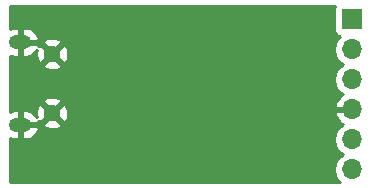
<source format=gbr>
G04 #@! TF.GenerationSoftware,KiCad,Pcbnew,(5.1.5)-3*
G04 #@! TF.CreationDate,2021-08-24T07:45:27-07:00*
G04 #@! TF.ProjectId,USB breakout,55534220-6272-4656-916b-6f75742e6b69,rev?*
G04 #@! TF.SameCoordinates,Original*
G04 #@! TF.FileFunction,Copper,L2,Bot*
G04 #@! TF.FilePolarity,Positive*
%FSLAX46Y46*%
G04 Gerber Fmt 4.6, Leading zero omitted, Abs format (unit mm)*
G04 Created by KiCad (PCBNEW (5.1.5)-3) date 2021-08-24 07:45:27*
%MOMM*%
%LPD*%
G04 APERTURE LIST*
%ADD10C,1.450000*%
%ADD11O,1.900000X1.200000*%
%ADD12R,1.700000X1.700000*%
%ADD13O,1.700000X1.700000*%
%ADD14C,0.800000*%
%ADD15C,0.254000*%
G04 APERTURE END LIST*
D10*
X104212500Y-88500000D03*
X104212500Y-93500000D03*
D11*
X101512500Y-87500000D03*
X101512500Y-94500000D03*
D12*
X129575001Y-85575001D03*
D13*
X129575001Y-88115001D03*
X129575001Y-90655001D03*
X129575001Y-93195001D03*
X129575001Y-95735001D03*
X129575001Y-98275001D03*
D14*
X124750000Y-90750000D03*
X113750000Y-86500000D03*
X116750000Y-86500000D03*
X119750000Y-86500000D03*
X123000000Y-97250000D03*
X105750000Y-93000000D03*
D15*
G36*
X128135499Y-84480821D02*
G01*
X128099189Y-84600519D01*
X128086929Y-84725001D01*
X128086929Y-86425001D01*
X128099189Y-86549483D01*
X128135499Y-86669181D01*
X128194464Y-86779495D01*
X128273816Y-86876186D01*
X128370507Y-86955538D01*
X128480821Y-87014503D01*
X128553381Y-87036514D01*
X128421526Y-87168369D01*
X128259011Y-87411590D01*
X128147069Y-87681843D01*
X128090001Y-87968741D01*
X128090001Y-88261261D01*
X128147069Y-88548159D01*
X128259011Y-88818412D01*
X128421526Y-89061633D01*
X128628369Y-89268476D01*
X128802761Y-89385001D01*
X128628369Y-89501526D01*
X128421526Y-89708369D01*
X128259011Y-89951590D01*
X128147069Y-90221843D01*
X128090001Y-90508741D01*
X128090001Y-90801261D01*
X128147069Y-91088159D01*
X128259011Y-91358412D01*
X128421526Y-91601633D01*
X128628369Y-91808476D01*
X128810535Y-91930196D01*
X128693646Y-91999823D01*
X128477413Y-92194732D01*
X128303360Y-92428081D01*
X128178176Y-92690902D01*
X128133525Y-92838111D01*
X128254846Y-93068001D01*
X129448001Y-93068001D01*
X129448001Y-93048001D01*
X129702001Y-93048001D01*
X129702001Y-93068001D01*
X129722001Y-93068001D01*
X129722001Y-93322001D01*
X129702001Y-93322001D01*
X129702001Y-93342001D01*
X129448001Y-93342001D01*
X129448001Y-93322001D01*
X128254846Y-93322001D01*
X128133525Y-93551891D01*
X128178176Y-93699100D01*
X128303360Y-93961921D01*
X128477413Y-94195270D01*
X128693646Y-94390179D01*
X128810535Y-94459806D01*
X128628369Y-94581526D01*
X128421526Y-94788369D01*
X128259011Y-95031590D01*
X128147069Y-95301843D01*
X128090001Y-95588741D01*
X128090001Y-95881261D01*
X128147069Y-96168159D01*
X128259011Y-96438412D01*
X128421526Y-96681633D01*
X128628369Y-96888476D01*
X128802761Y-97005001D01*
X128628369Y-97121526D01*
X128421526Y-97328369D01*
X128259011Y-97571590D01*
X128147069Y-97841843D01*
X128090001Y-98128741D01*
X128090001Y-98421261D01*
X128147069Y-98708159D01*
X128259011Y-98978412D01*
X128421526Y-99221633D01*
X128539893Y-99340000D01*
X100660000Y-99340000D01*
X100660000Y-95629053D01*
X100797004Y-95686493D01*
X101035500Y-95735000D01*
X101385500Y-95735000D01*
X101385500Y-94627000D01*
X101639500Y-94627000D01*
X101639500Y-95735000D01*
X101989500Y-95735000D01*
X102227996Y-95686493D01*
X102452446Y-95592390D01*
X102654225Y-95456307D01*
X102825578Y-95283474D01*
X102959921Y-95080533D01*
X103052091Y-94855282D01*
X103055962Y-94817609D01*
X102931231Y-94627000D01*
X101639500Y-94627000D01*
X101385500Y-94627000D01*
X101365500Y-94627000D01*
X101365500Y-94439133D01*
X103452972Y-94439133D01*
X103515465Y-94675450D01*
X103758178Y-94788850D01*
X104018349Y-94852719D01*
X104285982Y-94864604D01*
X104550791Y-94824048D01*
X104802600Y-94732609D01*
X104909535Y-94675450D01*
X104972028Y-94439133D01*
X104212500Y-93679605D01*
X103452972Y-94439133D01*
X101365500Y-94439133D01*
X101365500Y-94373000D01*
X101385500Y-94373000D01*
X101385500Y-93265000D01*
X101639500Y-93265000D01*
X101639500Y-94373000D01*
X102931231Y-94373000D01*
X103045003Y-94199138D01*
X103273367Y-94259528D01*
X104032895Y-93500000D01*
X104392105Y-93500000D01*
X105151633Y-94259528D01*
X105387950Y-94197035D01*
X105501350Y-93954322D01*
X105565219Y-93694151D01*
X105577104Y-93426518D01*
X105536548Y-93161709D01*
X105445109Y-92909900D01*
X105387950Y-92802965D01*
X105151633Y-92740472D01*
X104392105Y-93500000D01*
X104032895Y-93500000D01*
X103273367Y-92740472D01*
X103037050Y-92802965D01*
X102923650Y-93045678D01*
X102859781Y-93305849D01*
X102847896Y-93573482D01*
X102883115Y-93803442D01*
X102825578Y-93716526D01*
X102654225Y-93543693D01*
X102452446Y-93407610D01*
X102227996Y-93313507D01*
X101989500Y-93265000D01*
X101639500Y-93265000D01*
X101385500Y-93265000D01*
X101035500Y-93265000D01*
X100797004Y-93313507D01*
X100660000Y-93370947D01*
X100660000Y-92560867D01*
X103452972Y-92560867D01*
X104212500Y-93320395D01*
X104972028Y-92560867D01*
X104909535Y-92324550D01*
X104666822Y-92211150D01*
X104406651Y-92147281D01*
X104139018Y-92135396D01*
X103874209Y-92175952D01*
X103622400Y-92267391D01*
X103515465Y-92324550D01*
X103452972Y-92560867D01*
X100660000Y-92560867D01*
X100660000Y-89439133D01*
X103452972Y-89439133D01*
X103515465Y-89675450D01*
X103758178Y-89788850D01*
X104018349Y-89852719D01*
X104285982Y-89864604D01*
X104550791Y-89824048D01*
X104802600Y-89732609D01*
X104909535Y-89675450D01*
X104972028Y-89439133D01*
X104212500Y-88679605D01*
X103452972Y-89439133D01*
X100660000Y-89439133D01*
X100660000Y-88629053D01*
X100797004Y-88686493D01*
X101035500Y-88735000D01*
X101385500Y-88735000D01*
X101385500Y-87627000D01*
X101639500Y-87627000D01*
X101639500Y-88735000D01*
X101989500Y-88735000D01*
X102227996Y-88686493D01*
X102452446Y-88592390D01*
X102654225Y-88456307D01*
X102825578Y-88283474D01*
X102888671Y-88188164D01*
X102859781Y-88305849D01*
X102847896Y-88573482D01*
X102888452Y-88838291D01*
X102979891Y-89090100D01*
X103037050Y-89197035D01*
X103273367Y-89259528D01*
X104032895Y-88500000D01*
X104392105Y-88500000D01*
X105151633Y-89259528D01*
X105387950Y-89197035D01*
X105501350Y-88954322D01*
X105565219Y-88694151D01*
X105577104Y-88426518D01*
X105536548Y-88161709D01*
X105445109Y-87909900D01*
X105387950Y-87802965D01*
X105151633Y-87740472D01*
X104392105Y-88500000D01*
X104032895Y-88500000D01*
X103273367Y-87740472D01*
X103045003Y-87800862D01*
X102931231Y-87627000D01*
X101639500Y-87627000D01*
X101385500Y-87627000D01*
X101365500Y-87627000D01*
X101365500Y-87560867D01*
X103452972Y-87560867D01*
X104212500Y-88320395D01*
X104972028Y-87560867D01*
X104909535Y-87324550D01*
X104666822Y-87211150D01*
X104406651Y-87147281D01*
X104139018Y-87135396D01*
X103874209Y-87175952D01*
X103622400Y-87267391D01*
X103515465Y-87324550D01*
X103452972Y-87560867D01*
X101365500Y-87560867D01*
X101365500Y-87373000D01*
X101385500Y-87373000D01*
X101385500Y-86265000D01*
X101639500Y-86265000D01*
X101639500Y-87373000D01*
X102931231Y-87373000D01*
X103055962Y-87182391D01*
X103052091Y-87144718D01*
X102959921Y-86919467D01*
X102825578Y-86716526D01*
X102654225Y-86543693D01*
X102452446Y-86407610D01*
X102227996Y-86313507D01*
X101989500Y-86265000D01*
X101639500Y-86265000D01*
X101385500Y-86265000D01*
X101035500Y-86265000D01*
X100797004Y-86313507D01*
X100660000Y-86370947D01*
X100660000Y-84410000D01*
X128173354Y-84410000D01*
X128135499Y-84480821D01*
G37*
X128135499Y-84480821D02*
X128099189Y-84600519D01*
X128086929Y-84725001D01*
X128086929Y-86425001D01*
X128099189Y-86549483D01*
X128135499Y-86669181D01*
X128194464Y-86779495D01*
X128273816Y-86876186D01*
X128370507Y-86955538D01*
X128480821Y-87014503D01*
X128553381Y-87036514D01*
X128421526Y-87168369D01*
X128259011Y-87411590D01*
X128147069Y-87681843D01*
X128090001Y-87968741D01*
X128090001Y-88261261D01*
X128147069Y-88548159D01*
X128259011Y-88818412D01*
X128421526Y-89061633D01*
X128628369Y-89268476D01*
X128802761Y-89385001D01*
X128628369Y-89501526D01*
X128421526Y-89708369D01*
X128259011Y-89951590D01*
X128147069Y-90221843D01*
X128090001Y-90508741D01*
X128090001Y-90801261D01*
X128147069Y-91088159D01*
X128259011Y-91358412D01*
X128421526Y-91601633D01*
X128628369Y-91808476D01*
X128810535Y-91930196D01*
X128693646Y-91999823D01*
X128477413Y-92194732D01*
X128303360Y-92428081D01*
X128178176Y-92690902D01*
X128133525Y-92838111D01*
X128254846Y-93068001D01*
X129448001Y-93068001D01*
X129448001Y-93048001D01*
X129702001Y-93048001D01*
X129702001Y-93068001D01*
X129722001Y-93068001D01*
X129722001Y-93322001D01*
X129702001Y-93322001D01*
X129702001Y-93342001D01*
X129448001Y-93342001D01*
X129448001Y-93322001D01*
X128254846Y-93322001D01*
X128133525Y-93551891D01*
X128178176Y-93699100D01*
X128303360Y-93961921D01*
X128477413Y-94195270D01*
X128693646Y-94390179D01*
X128810535Y-94459806D01*
X128628369Y-94581526D01*
X128421526Y-94788369D01*
X128259011Y-95031590D01*
X128147069Y-95301843D01*
X128090001Y-95588741D01*
X128090001Y-95881261D01*
X128147069Y-96168159D01*
X128259011Y-96438412D01*
X128421526Y-96681633D01*
X128628369Y-96888476D01*
X128802761Y-97005001D01*
X128628369Y-97121526D01*
X128421526Y-97328369D01*
X128259011Y-97571590D01*
X128147069Y-97841843D01*
X128090001Y-98128741D01*
X128090001Y-98421261D01*
X128147069Y-98708159D01*
X128259011Y-98978412D01*
X128421526Y-99221633D01*
X128539893Y-99340000D01*
X100660000Y-99340000D01*
X100660000Y-95629053D01*
X100797004Y-95686493D01*
X101035500Y-95735000D01*
X101385500Y-95735000D01*
X101385500Y-94627000D01*
X101639500Y-94627000D01*
X101639500Y-95735000D01*
X101989500Y-95735000D01*
X102227996Y-95686493D01*
X102452446Y-95592390D01*
X102654225Y-95456307D01*
X102825578Y-95283474D01*
X102959921Y-95080533D01*
X103052091Y-94855282D01*
X103055962Y-94817609D01*
X102931231Y-94627000D01*
X101639500Y-94627000D01*
X101385500Y-94627000D01*
X101365500Y-94627000D01*
X101365500Y-94439133D01*
X103452972Y-94439133D01*
X103515465Y-94675450D01*
X103758178Y-94788850D01*
X104018349Y-94852719D01*
X104285982Y-94864604D01*
X104550791Y-94824048D01*
X104802600Y-94732609D01*
X104909535Y-94675450D01*
X104972028Y-94439133D01*
X104212500Y-93679605D01*
X103452972Y-94439133D01*
X101365500Y-94439133D01*
X101365500Y-94373000D01*
X101385500Y-94373000D01*
X101385500Y-93265000D01*
X101639500Y-93265000D01*
X101639500Y-94373000D01*
X102931231Y-94373000D01*
X103045003Y-94199138D01*
X103273367Y-94259528D01*
X104032895Y-93500000D01*
X104392105Y-93500000D01*
X105151633Y-94259528D01*
X105387950Y-94197035D01*
X105501350Y-93954322D01*
X105565219Y-93694151D01*
X105577104Y-93426518D01*
X105536548Y-93161709D01*
X105445109Y-92909900D01*
X105387950Y-92802965D01*
X105151633Y-92740472D01*
X104392105Y-93500000D01*
X104032895Y-93500000D01*
X103273367Y-92740472D01*
X103037050Y-92802965D01*
X102923650Y-93045678D01*
X102859781Y-93305849D01*
X102847896Y-93573482D01*
X102883115Y-93803442D01*
X102825578Y-93716526D01*
X102654225Y-93543693D01*
X102452446Y-93407610D01*
X102227996Y-93313507D01*
X101989500Y-93265000D01*
X101639500Y-93265000D01*
X101385500Y-93265000D01*
X101035500Y-93265000D01*
X100797004Y-93313507D01*
X100660000Y-93370947D01*
X100660000Y-92560867D01*
X103452972Y-92560867D01*
X104212500Y-93320395D01*
X104972028Y-92560867D01*
X104909535Y-92324550D01*
X104666822Y-92211150D01*
X104406651Y-92147281D01*
X104139018Y-92135396D01*
X103874209Y-92175952D01*
X103622400Y-92267391D01*
X103515465Y-92324550D01*
X103452972Y-92560867D01*
X100660000Y-92560867D01*
X100660000Y-89439133D01*
X103452972Y-89439133D01*
X103515465Y-89675450D01*
X103758178Y-89788850D01*
X104018349Y-89852719D01*
X104285982Y-89864604D01*
X104550791Y-89824048D01*
X104802600Y-89732609D01*
X104909535Y-89675450D01*
X104972028Y-89439133D01*
X104212500Y-88679605D01*
X103452972Y-89439133D01*
X100660000Y-89439133D01*
X100660000Y-88629053D01*
X100797004Y-88686493D01*
X101035500Y-88735000D01*
X101385500Y-88735000D01*
X101385500Y-87627000D01*
X101639500Y-87627000D01*
X101639500Y-88735000D01*
X101989500Y-88735000D01*
X102227996Y-88686493D01*
X102452446Y-88592390D01*
X102654225Y-88456307D01*
X102825578Y-88283474D01*
X102888671Y-88188164D01*
X102859781Y-88305849D01*
X102847896Y-88573482D01*
X102888452Y-88838291D01*
X102979891Y-89090100D01*
X103037050Y-89197035D01*
X103273367Y-89259528D01*
X104032895Y-88500000D01*
X104392105Y-88500000D01*
X105151633Y-89259528D01*
X105387950Y-89197035D01*
X105501350Y-88954322D01*
X105565219Y-88694151D01*
X105577104Y-88426518D01*
X105536548Y-88161709D01*
X105445109Y-87909900D01*
X105387950Y-87802965D01*
X105151633Y-87740472D01*
X104392105Y-88500000D01*
X104032895Y-88500000D01*
X103273367Y-87740472D01*
X103045003Y-87800862D01*
X102931231Y-87627000D01*
X101639500Y-87627000D01*
X101385500Y-87627000D01*
X101365500Y-87627000D01*
X101365500Y-87560867D01*
X103452972Y-87560867D01*
X104212500Y-88320395D01*
X104972028Y-87560867D01*
X104909535Y-87324550D01*
X104666822Y-87211150D01*
X104406651Y-87147281D01*
X104139018Y-87135396D01*
X103874209Y-87175952D01*
X103622400Y-87267391D01*
X103515465Y-87324550D01*
X103452972Y-87560867D01*
X101365500Y-87560867D01*
X101365500Y-87373000D01*
X101385500Y-87373000D01*
X101385500Y-86265000D01*
X101639500Y-86265000D01*
X101639500Y-87373000D01*
X102931231Y-87373000D01*
X103055962Y-87182391D01*
X103052091Y-87144718D01*
X102959921Y-86919467D01*
X102825578Y-86716526D01*
X102654225Y-86543693D01*
X102452446Y-86407610D01*
X102227996Y-86313507D01*
X101989500Y-86265000D01*
X101639500Y-86265000D01*
X101385500Y-86265000D01*
X101035500Y-86265000D01*
X100797004Y-86313507D01*
X100660000Y-86370947D01*
X100660000Y-84410000D01*
X128173354Y-84410000D01*
X128135499Y-84480821D01*
M02*

</source>
